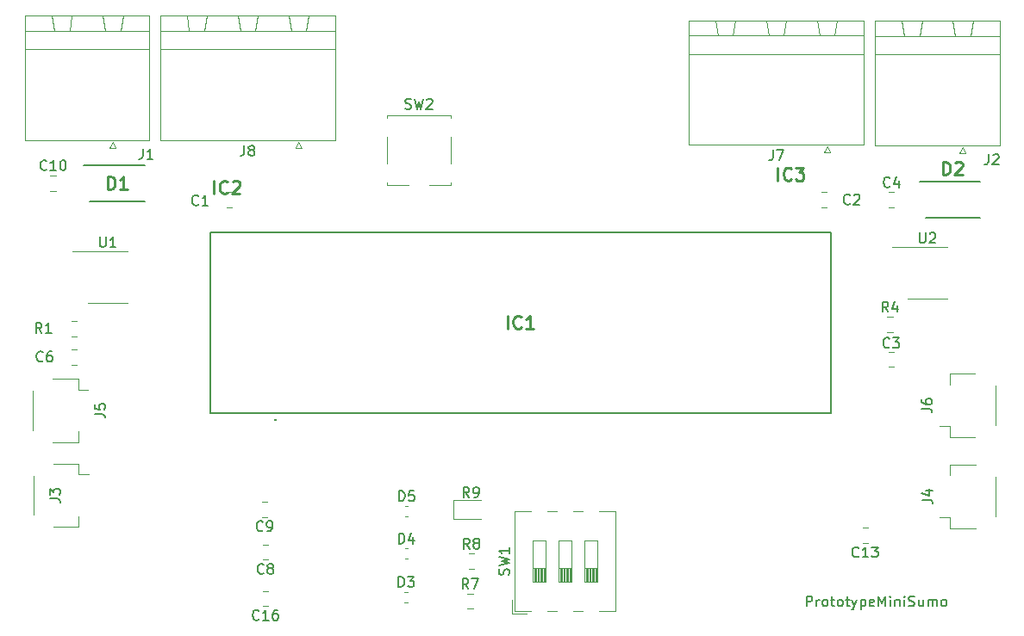
<source format=gbr>
%TF.GenerationSoftware,KiCad,Pcbnew,7.0.9*%
%TF.CreationDate,2023-12-24T18:06:15-08:00*%
%TF.ProjectId,RatatoulliBoard,52617461-746f-4756-9c6c-69426f617264,rev?*%
%TF.SameCoordinates,Original*%
%TF.FileFunction,Legend,Top*%
%TF.FilePolarity,Positive*%
%FSLAX46Y46*%
G04 Gerber Fmt 4.6, Leading zero omitted, Abs format (unit mm)*
G04 Created by KiCad (PCBNEW 7.0.9) date 2023-12-24 18:06:15*
%MOMM*%
%LPD*%
G01*
G04 APERTURE LIST*
%ADD10C,0.150000*%
%ADD11C,0.254000*%
%ADD12C,0.120000*%
%ADD13C,0.200000*%
G04 APERTURE END LIST*
D10*
X115144779Y-88261819D02*
X115144779Y-87261819D01*
X115144779Y-87261819D02*
X115525731Y-87261819D01*
X115525731Y-87261819D02*
X115620969Y-87309438D01*
X115620969Y-87309438D02*
X115668588Y-87357057D01*
X115668588Y-87357057D02*
X115716207Y-87452295D01*
X115716207Y-87452295D02*
X115716207Y-87595152D01*
X115716207Y-87595152D02*
X115668588Y-87690390D01*
X115668588Y-87690390D02*
X115620969Y-87738009D01*
X115620969Y-87738009D02*
X115525731Y-87785628D01*
X115525731Y-87785628D02*
X115144779Y-87785628D01*
X116144779Y-88261819D02*
X116144779Y-87595152D01*
X116144779Y-87785628D02*
X116192398Y-87690390D01*
X116192398Y-87690390D02*
X116240017Y-87642771D01*
X116240017Y-87642771D02*
X116335255Y-87595152D01*
X116335255Y-87595152D02*
X116430493Y-87595152D01*
X116906684Y-88261819D02*
X116811446Y-88214200D01*
X116811446Y-88214200D02*
X116763827Y-88166580D01*
X116763827Y-88166580D02*
X116716208Y-88071342D01*
X116716208Y-88071342D02*
X116716208Y-87785628D01*
X116716208Y-87785628D02*
X116763827Y-87690390D01*
X116763827Y-87690390D02*
X116811446Y-87642771D01*
X116811446Y-87642771D02*
X116906684Y-87595152D01*
X116906684Y-87595152D02*
X117049541Y-87595152D01*
X117049541Y-87595152D02*
X117144779Y-87642771D01*
X117144779Y-87642771D02*
X117192398Y-87690390D01*
X117192398Y-87690390D02*
X117240017Y-87785628D01*
X117240017Y-87785628D02*
X117240017Y-88071342D01*
X117240017Y-88071342D02*
X117192398Y-88166580D01*
X117192398Y-88166580D02*
X117144779Y-88214200D01*
X117144779Y-88214200D02*
X117049541Y-88261819D01*
X117049541Y-88261819D02*
X116906684Y-88261819D01*
X117525732Y-87595152D02*
X117906684Y-87595152D01*
X117668589Y-87261819D02*
X117668589Y-88118961D01*
X117668589Y-88118961D02*
X117716208Y-88214200D01*
X117716208Y-88214200D02*
X117811446Y-88261819D01*
X117811446Y-88261819D02*
X117906684Y-88261819D01*
X118382875Y-88261819D02*
X118287637Y-88214200D01*
X118287637Y-88214200D02*
X118240018Y-88166580D01*
X118240018Y-88166580D02*
X118192399Y-88071342D01*
X118192399Y-88071342D02*
X118192399Y-87785628D01*
X118192399Y-87785628D02*
X118240018Y-87690390D01*
X118240018Y-87690390D02*
X118287637Y-87642771D01*
X118287637Y-87642771D02*
X118382875Y-87595152D01*
X118382875Y-87595152D02*
X118525732Y-87595152D01*
X118525732Y-87595152D02*
X118620970Y-87642771D01*
X118620970Y-87642771D02*
X118668589Y-87690390D01*
X118668589Y-87690390D02*
X118716208Y-87785628D01*
X118716208Y-87785628D02*
X118716208Y-88071342D01*
X118716208Y-88071342D02*
X118668589Y-88166580D01*
X118668589Y-88166580D02*
X118620970Y-88214200D01*
X118620970Y-88214200D02*
X118525732Y-88261819D01*
X118525732Y-88261819D02*
X118382875Y-88261819D01*
X119001923Y-87595152D02*
X119382875Y-87595152D01*
X119144780Y-87261819D02*
X119144780Y-88118961D01*
X119144780Y-88118961D02*
X119192399Y-88214200D01*
X119192399Y-88214200D02*
X119287637Y-88261819D01*
X119287637Y-88261819D02*
X119382875Y-88261819D01*
X119620971Y-87595152D02*
X119859066Y-88261819D01*
X120097161Y-87595152D02*
X119859066Y-88261819D01*
X119859066Y-88261819D02*
X119763828Y-88499914D01*
X119763828Y-88499914D02*
X119716209Y-88547533D01*
X119716209Y-88547533D02*
X119620971Y-88595152D01*
X120478114Y-87595152D02*
X120478114Y-88595152D01*
X120478114Y-87642771D02*
X120573352Y-87595152D01*
X120573352Y-87595152D02*
X120763828Y-87595152D01*
X120763828Y-87595152D02*
X120859066Y-87642771D01*
X120859066Y-87642771D02*
X120906685Y-87690390D01*
X120906685Y-87690390D02*
X120954304Y-87785628D01*
X120954304Y-87785628D02*
X120954304Y-88071342D01*
X120954304Y-88071342D02*
X120906685Y-88166580D01*
X120906685Y-88166580D02*
X120859066Y-88214200D01*
X120859066Y-88214200D02*
X120763828Y-88261819D01*
X120763828Y-88261819D02*
X120573352Y-88261819D01*
X120573352Y-88261819D02*
X120478114Y-88214200D01*
X121763828Y-88214200D02*
X121668590Y-88261819D01*
X121668590Y-88261819D02*
X121478114Y-88261819D01*
X121478114Y-88261819D02*
X121382876Y-88214200D01*
X121382876Y-88214200D02*
X121335257Y-88118961D01*
X121335257Y-88118961D02*
X121335257Y-87738009D01*
X121335257Y-87738009D02*
X121382876Y-87642771D01*
X121382876Y-87642771D02*
X121478114Y-87595152D01*
X121478114Y-87595152D02*
X121668590Y-87595152D01*
X121668590Y-87595152D02*
X121763828Y-87642771D01*
X121763828Y-87642771D02*
X121811447Y-87738009D01*
X121811447Y-87738009D02*
X121811447Y-87833247D01*
X121811447Y-87833247D02*
X121335257Y-87928485D01*
X122240019Y-88261819D02*
X122240019Y-87261819D01*
X122240019Y-87261819D02*
X122573352Y-87976104D01*
X122573352Y-87976104D02*
X122906685Y-87261819D01*
X122906685Y-87261819D02*
X122906685Y-88261819D01*
X123382876Y-88261819D02*
X123382876Y-87595152D01*
X123382876Y-87261819D02*
X123335257Y-87309438D01*
X123335257Y-87309438D02*
X123382876Y-87357057D01*
X123382876Y-87357057D02*
X123430495Y-87309438D01*
X123430495Y-87309438D02*
X123382876Y-87261819D01*
X123382876Y-87261819D02*
X123382876Y-87357057D01*
X123859066Y-87595152D02*
X123859066Y-88261819D01*
X123859066Y-87690390D02*
X123906685Y-87642771D01*
X123906685Y-87642771D02*
X124001923Y-87595152D01*
X124001923Y-87595152D02*
X124144780Y-87595152D01*
X124144780Y-87595152D02*
X124240018Y-87642771D01*
X124240018Y-87642771D02*
X124287637Y-87738009D01*
X124287637Y-87738009D02*
X124287637Y-88261819D01*
X124763828Y-88261819D02*
X124763828Y-87595152D01*
X124763828Y-87261819D02*
X124716209Y-87309438D01*
X124716209Y-87309438D02*
X124763828Y-87357057D01*
X124763828Y-87357057D02*
X124811447Y-87309438D01*
X124811447Y-87309438D02*
X124763828Y-87261819D01*
X124763828Y-87261819D02*
X124763828Y-87357057D01*
X125192399Y-88214200D02*
X125335256Y-88261819D01*
X125335256Y-88261819D02*
X125573351Y-88261819D01*
X125573351Y-88261819D02*
X125668589Y-88214200D01*
X125668589Y-88214200D02*
X125716208Y-88166580D01*
X125716208Y-88166580D02*
X125763827Y-88071342D01*
X125763827Y-88071342D02*
X125763827Y-87976104D01*
X125763827Y-87976104D02*
X125716208Y-87880866D01*
X125716208Y-87880866D02*
X125668589Y-87833247D01*
X125668589Y-87833247D02*
X125573351Y-87785628D01*
X125573351Y-87785628D02*
X125382875Y-87738009D01*
X125382875Y-87738009D02*
X125287637Y-87690390D01*
X125287637Y-87690390D02*
X125240018Y-87642771D01*
X125240018Y-87642771D02*
X125192399Y-87547533D01*
X125192399Y-87547533D02*
X125192399Y-87452295D01*
X125192399Y-87452295D02*
X125240018Y-87357057D01*
X125240018Y-87357057D02*
X125287637Y-87309438D01*
X125287637Y-87309438D02*
X125382875Y-87261819D01*
X125382875Y-87261819D02*
X125620970Y-87261819D01*
X125620970Y-87261819D02*
X125763827Y-87309438D01*
X126620970Y-87595152D02*
X126620970Y-88261819D01*
X126192399Y-87595152D02*
X126192399Y-88118961D01*
X126192399Y-88118961D02*
X126240018Y-88214200D01*
X126240018Y-88214200D02*
X126335256Y-88261819D01*
X126335256Y-88261819D02*
X126478113Y-88261819D01*
X126478113Y-88261819D02*
X126573351Y-88214200D01*
X126573351Y-88214200D02*
X126620970Y-88166580D01*
X127097161Y-88261819D02*
X127097161Y-87595152D01*
X127097161Y-87690390D02*
X127144780Y-87642771D01*
X127144780Y-87642771D02*
X127240018Y-87595152D01*
X127240018Y-87595152D02*
X127382875Y-87595152D01*
X127382875Y-87595152D02*
X127478113Y-87642771D01*
X127478113Y-87642771D02*
X127525732Y-87738009D01*
X127525732Y-87738009D02*
X127525732Y-88261819D01*
X127525732Y-87738009D02*
X127573351Y-87642771D01*
X127573351Y-87642771D02*
X127668589Y-87595152D01*
X127668589Y-87595152D02*
X127811446Y-87595152D01*
X127811446Y-87595152D02*
X127906685Y-87642771D01*
X127906685Y-87642771D02*
X127954304Y-87738009D01*
X127954304Y-87738009D02*
X127954304Y-88261819D01*
X128573351Y-88261819D02*
X128478113Y-88214200D01*
X128478113Y-88214200D02*
X128430494Y-88166580D01*
X128430494Y-88166580D02*
X128382875Y-88071342D01*
X128382875Y-88071342D02*
X128382875Y-87785628D01*
X128382875Y-87785628D02*
X128430494Y-87690390D01*
X128430494Y-87690390D02*
X128478113Y-87642771D01*
X128478113Y-87642771D02*
X128573351Y-87595152D01*
X128573351Y-87595152D02*
X128716208Y-87595152D01*
X128716208Y-87595152D02*
X128811446Y-87642771D01*
X128811446Y-87642771D02*
X128859065Y-87690390D01*
X128859065Y-87690390D02*
X128906684Y-87785628D01*
X128906684Y-87785628D02*
X128906684Y-88071342D01*
X128906684Y-88071342D02*
X128859065Y-88166580D01*
X128859065Y-88166580D02*
X128811446Y-88214200D01*
X128811446Y-88214200D02*
X128716208Y-88261819D01*
X128716208Y-88261819D02*
X128573351Y-88261819D01*
X82025833Y-77544819D02*
X81692500Y-77068628D01*
X81454405Y-77544819D02*
X81454405Y-76544819D01*
X81454405Y-76544819D02*
X81835357Y-76544819D01*
X81835357Y-76544819D02*
X81930595Y-76592438D01*
X81930595Y-76592438D02*
X81978214Y-76640057D01*
X81978214Y-76640057D02*
X82025833Y-76735295D01*
X82025833Y-76735295D02*
X82025833Y-76878152D01*
X82025833Y-76878152D02*
X81978214Y-76973390D01*
X81978214Y-76973390D02*
X81930595Y-77021009D01*
X81930595Y-77021009D02*
X81835357Y-77068628D01*
X81835357Y-77068628D02*
X81454405Y-77068628D01*
X82502024Y-77544819D02*
X82692500Y-77544819D01*
X82692500Y-77544819D02*
X82787738Y-77497200D01*
X82787738Y-77497200D02*
X82835357Y-77449580D01*
X82835357Y-77449580D02*
X82930595Y-77306723D01*
X82930595Y-77306723D02*
X82978214Y-77116247D01*
X82978214Y-77116247D02*
X82978214Y-76735295D01*
X82978214Y-76735295D02*
X82930595Y-76640057D01*
X82930595Y-76640057D02*
X82882976Y-76592438D01*
X82882976Y-76592438D02*
X82787738Y-76544819D01*
X82787738Y-76544819D02*
X82597262Y-76544819D01*
X82597262Y-76544819D02*
X82502024Y-76592438D01*
X82502024Y-76592438D02*
X82454405Y-76640057D01*
X82454405Y-76640057D02*
X82406786Y-76735295D01*
X82406786Y-76735295D02*
X82406786Y-76973390D01*
X82406786Y-76973390D02*
X82454405Y-77068628D01*
X82454405Y-77068628D02*
X82502024Y-77116247D01*
X82502024Y-77116247D02*
X82597262Y-77163866D01*
X82597262Y-77163866D02*
X82787738Y-77163866D01*
X82787738Y-77163866D02*
X82882976Y-77116247D01*
X82882976Y-77116247D02*
X82930595Y-77068628D01*
X82930595Y-77068628D02*
X82978214Y-76973390D01*
X75753264Y-39288205D02*
X75896121Y-39335824D01*
X75896121Y-39335824D02*
X76134216Y-39335824D01*
X76134216Y-39335824D02*
X76229454Y-39288205D01*
X76229454Y-39288205D02*
X76277073Y-39240585D01*
X76277073Y-39240585D02*
X76324692Y-39145347D01*
X76324692Y-39145347D02*
X76324692Y-39050109D01*
X76324692Y-39050109D02*
X76277073Y-38954871D01*
X76277073Y-38954871D02*
X76229454Y-38907252D01*
X76229454Y-38907252D02*
X76134216Y-38859633D01*
X76134216Y-38859633D02*
X75943740Y-38812014D01*
X75943740Y-38812014D02*
X75848502Y-38764395D01*
X75848502Y-38764395D02*
X75800883Y-38716776D01*
X75800883Y-38716776D02*
X75753264Y-38621538D01*
X75753264Y-38621538D02*
X75753264Y-38526300D01*
X75753264Y-38526300D02*
X75800883Y-38431062D01*
X75800883Y-38431062D02*
X75848502Y-38383443D01*
X75848502Y-38383443D02*
X75943740Y-38335824D01*
X75943740Y-38335824D02*
X76181835Y-38335824D01*
X76181835Y-38335824D02*
X76324692Y-38383443D01*
X76658026Y-38335824D02*
X76896121Y-39335824D01*
X76896121Y-39335824D02*
X77086597Y-38621538D01*
X77086597Y-38621538D02*
X77277073Y-39335824D01*
X77277073Y-39335824D02*
X77515169Y-38335824D01*
X77848502Y-38431062D02*
X77896121Y-38383443D01*
X77896121Y-38383443D02*
X77991359Y-38335824D01*
X77991359Y-38335824D02*
X78229454Y-38335824D01*
X78229454Y-38335824D02*
X78324692Y-38383443D01*
X78324692Y-38383443D02*
X78372311Y-38431062D01*
X78372311Y-38431062D02*
X78419930Y-38526300D01*
X78419930Y-38526300D02*
X78419930Y-38621538D01*
X78419930Y-38621538D02*
X78372311Y-38764395D01*
X78372311Y-38764395D02*
X77800883Y-39335824D01*
X77800883Y-39335824D02*
X78419930Y-39335824D01*
X75099412Y-82084525D02*
X75099412Y-81084525D01*
X75099412Y-81084525D02*
X75337507Y-81084525D01*
X75337507Y-81084525D02*
X75480364Y-81132144D01*
X75480364Y-81132144D02*
X75575602Y-81227382D01*
X75575602Y-81227382D02*
X75623221Y-81322620D01*
X75623221Y-81322620D02*
X75670840Y-81513096D01*
X75670840Y-81513096D02*
X75670840Y-81655953D01*
X75670840Y-81655953D02*
X75623221Y-81846429D01*
X75623221Y-81846429D02*
X75575602Y-81941667D01*
X75575602Y-81941667D02*
X75480364Y-82036906D01*
X75480364Y-82036906D02*
X75337507Y-82084525D01*
X75337507Y-82084525D02*
X75099412Y-82084525D01*
X76527983Y-81417858D02*
X76527983Y-82084525D01*
X76289888Y-81036906D02*
X76051793Y-81751191D01*
X76051793Y-81751191D02*
X76670840Y-81751191D01*
X45249587Y-69341851D02*
X45963872Y-69341851D01*
X45963872Y-69341851D02*
X46106729Y-69389470D01*
X46106729Y-69389470D02*
X46201968Y-69484708D01*
X46201968Y-69484708D02*
X46249587Y-69627565D01*
X46249587Y-69627565D02*
X46249587Y-69722803D01*
X45249587Y-68389470D02*
X45249587Y-68865660D01*
X45249587Y-68865660D02*
X45725777Y-68913279D01*
X45725777Y-68913279D02*
X45678158Y-68865660D01*
X45678158Y-68865660D02*
X45630539Y-68770422D01*
X45630539Y-68770422D02*
X45630539Y-68532327D01*
X45630539Y-68532327D02*
X45678158Y-68437089D01*
X45678158Y-68437089D02*
X45725777Y-68389470D01*
X45725777Y-68389470D02*
X45821015Y-68341851D01*
X45821015Y-68341851D02*
X46059110Y-68341851D01*
X46059110Y-68341851D02*
X46154348Y-68389470D01*
X46154348Y-68389470D02*
X46201968Y-68437089D01*
X46201968Y-68437089D02*
X46249587Y-68532327D01*
X46249587Y-68532327D02*
X46249587Y-68770422D01*
X46249587Y-68770422D02*
X46201968Y-68865660D01*
X46201968Y-68865660D02*
X46154348Y-68913279D01*
X123294717Y-62748893D02*
X123247098Y-62796513D01*
X123247098Y-62796513D02*
X123104241Y-62844132D01*
X123104241Y-62844132D02*
X123009003Y-62844132D01*
X123009003Y-62844132D02*
X122866146Y-62796513D01*
X122866146Y-62796513D02*
X122770908Y-62701274D01*
X122770908Y-62701274D02*
X122723289Y-62606036D01*
X122723289Y-62606036D02*
X122675670Y-62415560D01*
X122675670Y-62415560D02*
X122675670Y-62272703D01*
X122675670Y-62272703D02*
X122723289Y-62082227D01*
X122723289Y-62082227D02*
X122770908Y-61986989D01*
X122770908Y-61986989D02*
X122866146Y-61891751D01*
X122866146Y-61891751D02*
X123009003Y-61844132D01*
X123009003Y-61844132D02*
X123104241Y-61844132D01*
X123104241Y-61844132D02*
X123247098Y-61891751D01*
X123247098Y-61891751D02*
X123294717Y-61939370D01*
X123628051Y-61844132D02*
X124247098Y-61844132D01*
X124247098Y-61844132D02*
X123913765Y-62225084D01*
X123913765Y-62225084D02*
X124056622Y-62225084D01*
X124056622Y-62225084D02*
X124151860Y-62272703D01*
X124151860Y-62272703D02*
X124199479Y-62320322D01*
X124199479Y-62320322D02*
X124247098Y-62415560D01*
X124247098Y-62415560D02*
X124247098Y-62653655D01*
X124247098Y-62653655D02*
X124199479Y-62748893D01*
X124199479Y-62748893D02*
X124151860Y-62796513D01*
X124151860Y-62796513D02*
X124056622Y-62844132D01*
X124056622Y-62844132D02*
X123770908Y-62844132D01*
X123770908Y-62844132D02*
X123675670Y-62796513D01*
X123675670Y-62796513D02*
X123628051Y-62748893D01*
X55422610Y-48719782D02*
X55374991Y-48767402D01*
X55374991Y-48767402D02*
X55232134Y-48815021D01*
X55232134Y-48815021D02*
X55136896Y-48815021D01*
X55136896Y-48815021D02*
X54994039Y-48767402D01*
X54994039Y-48767402D02*
X54898801Y-48672163D01*
X54898801Y-48672163D02*
X54851182Y-48576925D01*
X54851182Y-48576925D02*
X54803563Y-48386449D01*
X54803563Y-48386449D02*
X54803563Y-48243592D01*
X54803563Y-48243592D02*
X54851182Y-48053116D01*
X54851182Y-48053116D02*
X54898801Y-47957878D01*
X54898801Y-47957878D02*
X54994039Y-47862640D01*
X54994039Y-47862640D02*
X55136896Y-47815021D01*
X55136896Y-47815021D02*
X55232134Y-47815021D01*
X55232134Y-47815021D02*
X55374991Y-47862640D01*
X55374991Y-47862640D02*
X55422610Y-47910259D01*
X56374991Y-48815021D02*
X55803563Y-48815021D01*
X56089277Y-48815021D02*
X56089277Y-47815021D01*
X56089277Y-47815021D02*
X55994039Y-47957878D01*
X55994039Y-47957878D02*
X55898801Y-48053116D01*
X55898801Y-48053116D02*
X55803563Y-48100735D01*
X75083150Y-86361216D02*
X75083150Y-85361216D01*
X75083150Y-85361216D02*
X75321245Y-85361216D01*
X75321245Y-85361216D02*
X75464102Y-85408835D01*
X75464102Y-85408835D02*
X75559340Y-85504073D01*
X75559340Y-85504073D02*
X75606959Y-85599311D01*
X75606959Y-85599311D02*
X75654578Y-85789787D01*
X75654578Y-85789787D02*
X75654578Y-85932644D01*
X75654578Y-85932644D02*
X75606959Y-86123120D01*
X75606959Y-86123120D02*
X75559340Y-86218358D01*
X75559340Y-86218358D02*
X75464102Y-86313597D01*
X75464102Y-86313597D02*
X75321245Y-86361216D01*
X75321245Y-86361216D02*
X75083150Y-86361216D01*
X75987912Y-85361216D02*
X76606959Y-85361216D01*
X76606959Y-85361216D02*
X76273626Y-85742168D01*
X76273626Y-85742168D02*
X76416483Y-85742168D01*
X76416483Y-85742168D02*
X76511721Y-85789787D01*
X76511721Y-85789787D02*
X76559340Y-85837406D01*
X76559340Y-85837406D02*
X76606959Y-85932644D01*
X76606959Y-85932644D02*
X76606959Y-86170739D01*
X76606959Y-86170739D02*
X76559340Y-86265977D01*
X76559340Y-86265977D02*
X76511721Y-86313597D01*
X76511721Y-86313597D02*
X76416483Y-86361216D01*
X76416483Y-86361216D02*
X76130769Y-86361216D01*
X76130769Y-86361216D02*
X76035531Y-86313597D01*
X76035531Y-86313597D02*
X75987912Y-86265977D01*
X126474819Y-68833333D02*
X127189104Y-68833333D01*
X127189104Y-68833333D02*
X127331961Y-68880952D01*
X127331961Y-68880952D02*
X127427200Y-68976190D01*
X127427200Y-68976190D02*
X127474819Y-69119047D01*
X127474819Y-69119047D02*
X127474819Y-69214285D01*
X126474819Y-67928571D02*
X126474819Y-68119047D01*
X126474819Y-68119047D02*
X126522438Y-68214285D01*
X126522438Y-68214285D02*
X126570057Y-68261904D01*
X126570057Y-68261904D02*
X126712914Y-68357142D01*
X126712914Y-68357142D02*
X126903390Y-68404761D01*
X126903390Y-68404761D02*
X127284342Y-68404761D01*
X127284342Y-68404761D02*
X127379580Y-68357142D01*
X127379580Y-68357142D02*
X127427200Y-68309523D01*
X127427200Y-68309523D02*
X127474819Y-68214285D01*
X127474819Y-68214285D02*
X127474819Y-68023809D01*
X127474819Y-68023809D02*
X127427200Y-67928571D01*
X127427200Y-67928571D02*
X127379580Y-67880952D01*
X127379580Y-67880952D02*
X127284342Y-67833333D01*
X127284342Y-67833333D02*
X127046247Y-67833333D01*
X127046247Y-67833333D02*
X126951009Y-67880952D01*
X126951009Y-67880952D02*
X126903390Y-67928571D01*
X126903390Y-67928571D02*
X126855771Y-68023809D01*
X126855771Y-68023809D02*
X126855771Y-68214285D01*
X126855771Y-68214285D02*
X126903390Y-68309523D01*
X126903390Y-68309523D02*
X126951009Y-68357142D01*
X126951009Y-68357142D02*
X127046247Y-68404761D01*
D11*
X85794031Y-60947429D02*
X85794031Y-59677429D01*
X87124508Y-60826476D02*
X87064032Y-60886953D01*
X87064032Y-60886953D02*
X86882603Y-60947429D01*
X86882603Y-60947429D02*
X86761651Y-60947429D01*
X86761651Y-60947429D02*
X86580222Y-60886953D01*
X86580222Y-60886953D02*
X86459270Y-60766000D01*
X86459270Y-60766000D02*
X86398793Y-60645048D01*
X86398793Y-60645048D02*
X86338317Y-60403143D01*
X86338317Y-60403143D02*
X86338317Y-60221714D01*
X86338317Y-60221714D02*
X86398793Y-59979810D01*
X86398793Y-59979810D02*
X86459270Y-59858857D01*
X86459270Y-59858857D02*
X86580222Y-59737905D01*
X86580222Y-59737905D02*
X86761651Y-59677429D01*
X86761651Y-59677429D02*
X86882603Y-59677429D01*
X86882603Y-59677429D02*
X87064032Y-59737905D01*
X87064032Y-59737905D02*
X87124508Y-59798381D01*
X88334032Y-60947429D02*
X87608317Y-60947429D01*
X87971174Y-60947429D02*
X87971174Y-59677429D01*
X87971174Y-59677429D02*
X87850222Y-59858857D01*
X87850222Y-59858857D02*
X87729270Y-59979810D01*
X87729270Y-59979810D02*
X87608317Y-60040286D01*
D10*
X119428904Y-48639349D02*
X119381285Y-48686969D01*
X119381285Y-48686969D02*
X119238428Y-48734588D01*
X119238428Y-48734588D02*
X119143190Y-48734588D01*
X119143190Y-48734588D02*
X119000333Y-48686969D01*
X119000333Y-48686969D02*
X118905095Y-48591730D01*
X118905095Y-48591730D02*
X118857476Y-48496492D01*
X118857476Y-48496492D02*
X118809857Y-48306016D01*
X118809857Y-48306016D02*
X118809857Y-48163159D01*
X118809857Y-48163159D02*
X118857476Y-47972683D01*
X118857476Y-47972683D02*
X118905095Y-47877445D01*
X118905095Y-47877445D02*
X119000333Y-47782207D01*
X119000333Y-47782207D02*
X119143190Y-47734588D01*
X119143190Y-47734588D02*
X119238428Y-47734588D01*
X119238428Y-47734588D02*
X119381285Y-47782207D01*
X119381285Y-47782207D02*
X119428904Y-47829826D01*
X119809857Y-47829826D02*
X119857476Y-47782207D01*
X119857476Y-47782207D02*
X119952714Y-47734588D01*
X119952714Y-47734588D02*
X120190809Y-47734588D01*
X120190809Y-47734588D02*
X120286047Y-47782207D01*
X120286047Y-47782207D02*
X120333666Y-47829826D01*
X120333666Y-47829826D02*
X120381285Y-47925064D01*
X120381285Y-47925064D02*
X120381285Y-48020302D01*
X120381285Y-48020302D02*
X120333666Y-48163159D01*
X120333666Y-48163159D02*
X119762238Y-48734588D01*
X119762238Y-48734588D02*
X120381285Y-48734588D01*
X61828472Y-84991018D02*
X61780853Y-85038638D01*
X61780853Y-85038638D02*
X61637996Y-85086257D01*
X61637996Y-85086257D02*
X61542758Y-85086257D01*
X61542758Y-85086257D02*
X61399901Y-85038638D01*
X61399901Y-85038638D02*
X61304663Y-84943399D01*
X61304663Y-84943399D02*
X61257044Y-84848161D01*
X61257044Y-84848161D02*
X61209425Y-84657685D01*
X61209425Y-84657685D02*
X61209425Y-84514828D01*
X61209425Y-84514828D02*
X61257044Y-84324352D01*
X61257044Y-84324352D02*
X61304663Y-84229114D01*
X61304663Y-84229114D02*
X61399901Y-84133876D01*
X61399901Y-84133876D02*
X61542758Y-84086257D01*
X61542758Y-84086257D02*
X61637996Y-84086257D01*
X61637996Y-84086257D02*
X61780853Y-84133876D01*
X61780853Y-84133876D02*
X61828472Y-84181495D01*
X62399901Y-84514828D02*
X62304663Y-84467209D01*
X62304663Y-84467209D02*
X62257044Y-84419590D01*
X62257044Y-84419590D02*
X62209425Y-84324352D01*
X62209425Y-84324352D02*
X62209425Y-84276733D01*
X62209425Y-84276733D02*
X62257044Y-84181495D01*
X62257044Y-84181495D02*
X62304663Y-84133876D01*
X62304663Y-84133876D02*
X62399901Y-84086257D01*
X62399901Y-84086257D02*
X62590377Y-84086257D01*
X62590377Y-84086257D02*
X62685615Y-84133876D01*
X62685615Y-84133876D02*
X62733234Y-84181495D01*
X62733234Y-84181495D02*
X62780853Y-84276733D01*
X62780853Y-84276733D02*
X62780853Y-84324352D01*
X62780853Y-84324352D02*
X62733234Y-84419590D01*
X62733234Y-84419590D02*
X62685615Y-84467209D01*
X62685615Y-84467209D02*
X62590377Y-84514828D01*
X62590377Y-84514828D02*
X62399901Y-84514828D01*
X62399901Y-84514828D02*
X62304663Y-84562447D01*
X62304663Y-84562447D02*
X62257044Y-84610066D01*
X62257044Y-84610066D02*
X62209425Y-84705304D01*
X62209425Y-84705304D02*
X62209425Y-84895780D01*
X62209425Y-84895780D02*
X62257044Y-84991018D01*
X62257044Y-84991018D02*
X62304663Y-85038638D01*
X62304663Y-85038638D02*
X62399901Y-85086257D01*
X62399901Y-85086257D02*
X62590377Y-85086257D01*
X62590377Y-85086257D02*
X62685615Y-85038638D01*
X62685615Y-85038638D02*
X62733234Y-84991018D01*
X62733234Y-84991018D02*
X62780853Y-84895780D01*
X62780853Y-84895780D02*
X62780853Y-84705304D01*
X62780853Y-84705304D02*
X62733234Y-84610066D01*
X62733234Y-84610066D02*
X62685615Y-84562447D01*
X62685615Y-84562447D02*
X62590377Y-84514828D01*
X126505787Y-77784420D02*
X127220072Y-77784420D01*
X127220072Y-77784420D02*
X127362929Y-77832039D01*
X127362929Y-77832039D02*
X127458168Y-77927277D01*
X127458168Y-77927277D02*
X127505787Y-78070134D01*
X127505787Y-78070134D02*
X127505787Y-78165372D01*
X126839120Y-76879658D02*
X127505787Y-76879658D01*
X126458168Y-77117753D02*
X127172453Y-77355848D01*
X127172453Y-77355848D02*
X127172453Y-76736801D01*
X75122987Y-77911753D02*
X75122987Y-76911753D01*
X75122987Y-76911753D02*
X75361082Y-76911753D01*
X75361082Y-76911753D02*
X75503939Y-76959372D01*
X75503939Y-76959372D02*
X75599177Y-77054610D01*
X75599177Y-77054610D02*
X75646796Y-77149848D01*
X75646796Y-77149848D02*
X75694415Y-77340324D01*
X75694415Y-77340324D02*
X75694415Y-77483181D01*
X75694415Y-77483181D02*
X75646796Y-77673657D01*
X75646796Y-77673657D02*
X75599177Y-77768895D01*
X75599177Y-77768895D02*
X75503939Y-77864134D01*
X75503939Y-77864134D02*
X75361082Y-77911753D01*
X75361082Y-77911753D02*
X75122987Y-77911753D01*
X76599177Y-76911753D02*
X76122987Y-76911753D01*
X76122987Y-76911753D02*
X76075368Y-77387943D01*
X76075368Y-77387943D02*
X76122987Y-77340324D01*
X76122987Y-77340324D02*
X76218225Y-77292705D01*
X76218225Y-77292705D02*
X76456320Y-77292705D01*
X76456320Y-77292705D02*
X76551558Y-77340324D01*
X76551558Y-77340324D02*
X76599177Y-77387943D01*
X76599177Y-77387943D02*
X76646796Y-77483181D01*
X76646796Y-77483181D02*
X76646796Y-77721276D01*
X76646796Y-77721276D02*
X76599177Y-77816514D01*
X76599177Y-77816514D02*
X76551558Y-77864134D01*
X76551558Y-77864134D02*
X76456320Y-77911753D01*
X76456320Y-77911753D02*
X76218225Y-77911753D01*
X76218225Y-77911753D02*
X76122987Y-77864134D01*
X76122987Y-77864134D02*
X76075368Y-77816514D01*
D11*
X112343019Y-46372825D02*
X112343019Y-45102825D01*
X113673496Y-46251872D02*
X113613020Y-46312349D01*
X113613020Y-46312349D02*
X113431591Y-46372825D01*
X113431591Y-46372825D02*
X113310639Y-46372825D01*
X113310639Y-46372825D02*
X113129210Y-46312349D01*
X113129210Y-46312349D02*
X113008258Y-46191396D01*
X113008258Y-46191396D02*
X112947781Y-46070444D01*
X112947781Y-46070444D02*
X112887305Y-45828539D01*
X112887305Y-45828539D02*
X112887305Y-45647110D01*
X112887305Y-45647110D02*
X112947781Y-45405206D01*
X112947781Y-45405206D02*
X113008258Y-45284253D01*
X113008258Y-45284253D02*
X113129210Y-45163301D01*
X113129210Y-45163301D02*
X113310639Y-45102825D01*
X113310639Y-45102825D02*
X113431591Y-45102825D01*
X113431591Y-45102825D02*
X113613020Y-45163301D01*
X113613020Y-45163301D02*
X113673496Y-45223777D01*
X114096829Y-45102825D02*
X114883020Y-45102825D01*
X114883020Y-45102825D02*
X114459686Y-45586634D01*
X114459686Y-45586634D02*
X114641115Y-45586634D01*
X114641115Y-45586634D02*
X114762067Y-45647110D01*
X114762067Y-45647110D02*
X114822543Y-45707587D01*
X114822543Y-45707587D02*
X114883020Y-45828539D01*
X114883020Y-45828539D02*
X114883020Y-46130920D01*
X114883020Y-46130920D02*
X114822543Y-46251872D01*
X114822543Y-46251872D02*
X114762067Y-46312349D01*
X114762067Y-46312349D02*
X114641115Y-46372825D01*
X114641115Y-46372825D02*
X114278258Y-46372825D01*
X114278258Y-46372825D02*
X114157305Y-46312349D01*
X114157305Y-46312349D02*
X114096829Y-46251872D01*
X46506080Y-47229132D02*
X46506080Y-45959132D01*
X46506080Y-45959132D02*
X46808461Y-45959132D01*
X46808461Y-45959132D02*
X46989890Y-46019608D01*
X46989890Y-46019608D02*
X47110842Y-46140560D01*
X47110842Y-46140560D02*
X47171319Y-46261513D01*
X47171319Y-46261513D02*
X47231795Y-46503417D01*
X47231795Y-46503417D02*
X47231795Y-46684846D01*
X47231795Y-46684846D02*
X47171319Y-46926751D01*
X47171319Y-46926751D02*
X47110842Y-47047703D01*
X47110842Y-47047703D02*
X46989890Y-47168656D01*
X46989890Y-47168656D02*
X46808461Y-47229132D01*
X46808461Y-47229132D02*
X46506080Y-47229132D01*
X48441319Y-47229132D02*
X47715604Y-47229132D01*
X48078461Y-47229132D02*
X48078461Y-45959132D01*
X48078461Y-45959132D02*
X47957509Y-46140560D01*
X47957509Y-46140560D02*
X47836557Y-46261513D01*
X47836557Y-46261513D02*
X47715604Y-46321989D01*
D10*
X126253892Y-51515530D02*
X126253892Y-52325053D01*
X126253892Y-52325053D02*
X126301511Y-52420291D01*
X126301511Y-52420291D02*
X126349130Y-52467911D01*
X126349130Y-52467911D02*
X126444368Y-52515530D01*
X126444368Y-52515530D02*
X126634844Y-52515530D01*
X126634844Y-52515530D02*
X126730082Y-52467911D01*
X126730082Y-52467911D02*
X126777701Y-52420291D01*
X126777701Y-52420291D02*
X126825320Y-52325053D01*
X126825320Y-52325053D02*
X126825320Y-51515530D01*
X127253892Y-51610768D02*
X127301511Y-51563149D01*
X127301511Y-51563149D02*
X127396749Y-51515530D01*
X127396749Y-51515530D02*
X127634844Y-51515530D01*
X127634844Y-51515530D02*
X127730082Y-51563149D01*
X127730082Y-51563149D02*
X127777701Y-51610768D01*
X127777701Y-51610768D02*
X127825320Y-51706006D01*
X127825320Y-51706006D02*
X127825320Y-51801244D01*
X127825320Y-51801244D02*
X127777701Y-51944101D01*
X127777701Y-51944101D02*
X127206273Y-52515530D01*
X127206273Y-52515530D02*
X127825320Y-52515530D01*
X59930641Y-42942573D02*
X59930641Y-43656858D01*
X59930641Y-43656858D02*
X59883022Y-43799715D01*
X59883022Y-43799715D02*
X59787784Y-43894954D01*
X59787784Y-43894954D02*
X59644927Y-43942573D01*
X59644927Y-43942573D02*
X59549689Y-43942573D01*
X60549689Y-43371144D02*
X60454451Y-43323525D01*
X60454451Y-43323525D02*
X60406832Y-43275906D01*
X60406832Y-43275906D02*
X60359213Y-43180668D01*
X60359213Y-43180668D02*
X60359213Y-43133049D01*
X60359213Y-43133049D02*
X60406832Y-43037811D01*
X60406832Y-43037811D02*
X60454451Y-42990192D01*
X60454451Y-42990192D02*
X60549689Y-42942573D01*
X60549689Y-42942573D02*
X60740165Y-42942573D01*
X60740165Y-42942573D02*
X60835403Y-42990192D01*
X60835403Y-42990192D02*
X60883022Y-43037811D01*
X60883022Y-43037811D02*
X60930641Y-43133049D01*
X60930641Y-43133049D02*
X60930641Y-43180668D01*
X60930641Y-43180668D02*
X60883022Y-43275906D01*
X60883022Y-43275906D02*
X60835403Y-43323525D01*
X60835403Y-43323525D02*
X60740165Y-43371144D01*
X60740165Y-43371144D02*
X60549689Y-43371144D01*
X60549689Y-43371144D02*
X60454451Y-43418763D01*
X60454451Y-43418763D02*
X60406832Y-43466382D01*
X60406832Y-43466382D02*
X60359213Y-43561620D01*
X60359213Y-43561620D02*
X60359213Y-43752096D01*
X60359213Y-43752096D02*
X60406832Y-43847334D01*
X60406832Y-43847334D02*
X60454451Y-43894954D01*
X60454451Y-43894954D02*
X60549689Y-43942573D01*
X60549689Y-43942573D02*
X60740165Y-43942573D01*
X60740165Y-43942573D02*
X60835403Y-43894954D01*
X60835403Y-43894954D02*
X60883022Y-43847334D01*
X60883022Y-43847334D02*
X60930641Y-43752096D01*
X60930641Y-43752096D02*
X60930641Y-43561620D01*
X60930641Y-43561620D02*
X60883022Y-43466382D01*
X60883022Y-43466382D02*
X60835403Y-43418763D01*
X60835403Y-43418763D02*
X60740165Y-43371144D01*
X61743333Y-80779580D02*
X61695714Y-80827200D01*
X61695714Y-80827200D02*
X61552857Y-80874819D01*
X61552857Y-80874819D02*
X61457619Y-80874819D01*
X61457619Y-80874819D02*
X61314762Y-80827200D01*
X61314762Y-80827200D02*
X61219524Y-80731961D01*
X61219524Y-80731961D02*
X61171905Y-80636723D01*
X61171905Y-80636723D02*
X61124286Y-80446247D01*
X61124286Y-80446247D02*
X61124286Y-80303390D01*
X61124286Y-80303390D02*
X61171905Y-80112914D01*
X61171905Y-80112914D02*
X61219524Y-80017676D01*
X61219524Y-80017676D02*
X61314762Y-79922438D01*
X61314762Y-79922438D02*
X61457619Y-79874819D01*
X61457619Y-79874819D02*
X61552857Y-79874819D01*
X61552857Y-79874819D02*
X61695714Y-79922438D01*
X61695714Y-79922438D02*
X61743333Y-79970057D01*
X62219524Y-80874819D02*
X62410000Y-80874819D01*
X62410000Y-80874819D02*
X62505238Y-80827200D01*
X62505238Y-80827200D02*
X62552857Y-80779580D01*
X62552857Y-80779580D02*
X62648095Y-80636723D01*
X62648095Y-80636723D02*
X62695714Y-80446247D01*
X62695714Y-80446247D02*
X62695714Y-80065295D01*
X62695714Y-80065295D02*
X62648095Y-79970057D01*
X62648095Y-79970057D02*
X62600476Y-79922438D01*
X62600476Y-79922438D02*
X62505238Y-79874819D01*
X62505238Y-79874819D02*
X62314762Y-79874819D01*
X62314762Y-79874819D02*
X62219524Y-79922438D01*
X62219524Y-79922438D02*
X62171905Y-79970057D01*
X62171905Y-79970057D02*
X62124286Y-80065295D01*
X62124286Y-80065295D02*
X62124286Y-80303390D01*
X62124286Y-80303390D02*
X62171905Y-80398628D01*
X62171905Y-80398628D02*
X62219524Y-80446247D01*
X62219524Y-80446247D02*
X62314762Y-80493866D01*
X62314762Y-80493866D02*
X62505238Y-80493866D01*
X62505238Y-80493866D02*
X62600476Y-80446247D01*
X62600476Y-80446247D02*
X62648095Y-80398628D01*
X62648095Y-80398628D02*
X62695714Y-80303390D01*
X81948893Y-86543219D02*
X81615560Y-86067028D01*
X81377465Y-86543219D02*
X81377465Y-85543219D01*
X81377465Y-85543219D02*
X81758417Y-85543219D01*
X81758417Y-85543219D02*
X81853655Y-85590838D01*
X81853655Y-85590838D02*
X81901274Y-85638457D01*
X81901274Y-85638457D02*
X81948893Y-85733695D01*
X81948893Y-85733695D02*
X81948893Y-85876552D01*
X81948893Y-85876552D02*
X81901274Y-85971790D01*
X81901274Y-85971790D02*
X81853655Y-86019409D01*
X81853655Y-86019409D02*
X81758417Y-86067028D01*
X81758417Y-86067028D02*
X81377465Y-86067028D01*
X82282227Y-85543219D02*
X82948893Y-85543219D01*
X82948893Y-85543219D02*
X82520322Y-86543219D01*
X40838830Y-77675241D02*
X41553115Y-77675241D01*
X41553115Y-77675241D02*
X41695972Y-77722860D01*
X41695972Y-77722860D02*
X41791211Y-77818098D01*
X41791211Y-77818098D02*
X41838830Y-77960955D01*
X41838830Y-77960955D02*
X41838830Y-78056193D01*
X40838830Y-77294288D02*
X40838830Y-76675241D01*
X40838830Y-76675241D02*
X41219782Y-77008574D01*
X41219782Y-77008574D02*
X41219782Y-76865717D01*
X41219782Y-76865717D02*
X41267401Y-76770479D01*
X41267401Y-76770479D02*
X41315020Y-76722860D01*
X41315020Y-76722860D02*
X41410258Y-76675241D01*
X41410258Y-76675241D02*
X41648353Y-76675241D01*
X41648353Y-76675241D02*
X41743591Y-76722860D01*
X41743591Y-76722860D02*
X41791211Y-76770479D01*
X41791211Y-76770479D02*
X41838830Y-76865717D01*
X41838830Y-76865717D02*
X41838830Y-77151431D01*
X41838830Y-77151431D02*
X41791211Y-77246669D01*
X41791211Y-77246669D02*
X41743591Y-77294288D01*
X120270778Y-83330499D02*
X120223159Y-83378119D01*
X120223159Y-83378119D02*
X120080302Y-83425738D01*
X120080302Y-83425738D02*
X119985064Y-83425738D01*
X119985064Y-83425738D02*
X119842207Y-83378119D01*
X119842207Y-83378119D02*
X119746969Y-83282880D01*
X119746969Y-83282880D02*
X119699350Y-83187642D01*
X119699350Y-83187642D02*
X119651731Y-82997166D01*
X119651731Y-82997166D02*
X119651731Y-82854309D01*
X119651731Y-82854309D02*
X119699350Y-82663833D01*
X119699350Y-82663833D02*
X119746969Y-82568595D01*
X119746969Y-82568595D02*
X119842207Y-82473357D01*
X119842207Y-82473357D02*
X119985064Y-82425738D01*
X119985064Y-82425738D02*
X120080302Y-82425738D01*
X120080302Y-82425738D02*
X120223159Y-82473357D01*
X120223159Y-82473357D02*
X120270778Y-82520976D01*
X121223159Y-83425738D02*
X120651731Y-83425738D01*
X120937445Y-83425738D02*
X120937445Y-82425738D01*
X120937445Y-82425738D02*
X120842207Y-82568595D01*
X120842207Y-82568595D02*
X120746969Y-82663833D01*
X120746969Y-82663833D02*
X120651731Y-82711452D01*
X121556493Y-82425738D02*
X122175540Y-82425738D01*
X122175540Y-82425738D02*
X121842207Y-82806690D01*
X121842207Y-82806690D02*
X121985064Y-82806690D01*
X121985064Y-82806690D02*
X122080302Y-82854309D01*
X122080302Y-82854309D02*
X122127921Y-82901928D01*
X122127921Y-82901928D02*
X122175540Y-82997166D01*
X122175540Y-82997166D02*
X122175540Y-83235261D01*
X122175540Y-83235261D02*
X122127921Y-83330499D01*
X122127921Y-83330499D02*
X122080302Y-83378119D01*
X122080302Y-83378119D02*
X121985064Y-83425738D01*
X121985064Y-83425738D02*
X121699350Y-83425738D01*
X121699350Y-83425738D02*
X121604112Y-83378119D01*
X121604112Y-83378119D02*
X121556493Y-83330499D01*
X40502697Y-45280251D02*
X40455078Y-45327871D01*
X40455078Y-45327871D02*
X40312221Y-45375490D01*
X40312221Y-45375490D02*
X40216983Y-45375490D01*
X40216983Y-45375490D02*
X40074126Y-45327871D01*
X40074126Y-45327871D02*
X39978888Y-45232632D01*
X39978888Y-45232632D02*
X39931269Y-45137394D01*
X39931269Y-45137394D02*
X39883650Y-44946918D01*
X39883650Y-44946918D02*
X39883650Y-44804061D01*
X39883650Y-44804061D02*
X39931269Y-44613585D01*
X39931269Y-44613585D02*
X39978888Y-44518347D01*
X39978888Y-44518347D02*
X40074126Y-44423109D01*
X40074126Y-44423109D02*
X40216983Y-44375490D01*
X40216983Y-44375490D02*
X40312221Y-44375490D01*
X40312221Y-44375490D02*
X40455078Y-44423109D01*
X40455078Y-44423109D02*
X40502697Y-44470728D01*
X41455078Y-45375490D02*
X40883650Y-45375490D01*
X41169364Y-45375490D02*
X41169364Y-44375490D01*
X41169364Y-44375490D02*
X41074126Y-44518347D01*
X41074126Y-44518347D02*
X40978888Y-44613585D01*
X40978888Y-44613585D02*
X40883650Y-44661204D01*
X42074126Y-44375490D02*
X42169364Y-44375490D01*
X42169364Y-44375490D02*
X42264602Y-44423109D01*
X42264602Y-44423109D02*
X42312221Y-44470728D01*
X42312221Y-44470728D02*
X42359840Y-44565966D01*
X42359840Y-44565966D02*
X42407459Y-44756442D01*
X42407459Y-44756442D02*
X42407459Y-44994537D01*
X42407459Y-44994537D02*
X42359840Y-45185013D01*
X42359840Y-45185013D02*
X42312221Y-45280251D01*
X42312221Y-45280251D02*
X42264602Y-45327871D01*
X42264602Y-45327871D02*
X42169364Y-45375490D01*
X42169364Y-45375490D02*
X42074126Y-45375490D01*
X42074126Y-45375490D02*
X41978888Y-45327871D01*
X41978888Y-45327871D02*
X41931269Y-45280251D01*
X41931269Y-45280251D02*
X41883650Y-45185013D01*
X41883650Y-45185013D02*
X41836031Y-44994537D01*
X41836031Y-44994537D02*
X41836031Y-44756442D01*
X41836031Y-44756442D02*
X41883650Y-44565966D01*
X41883650Y-44565966D02*
X41931269Y-44470728D01*
X41931269Y-44470728D02*
X41978888Y-44423109D01*
X41978888Y-44423109D02*
X42074126Y-44375490D01*
X82063333Y-82594819D02*
X81730000Y-82118628D01*
X81491905Y-82594819D02*
X81491905Y-81594819D01*
X81491905Y-81594819D02*
X81872857Y-81594819D01*
X81872857Y-81594819D02*
X81968095Y-81642438D01*
X81968095Y-81642438D02*
X82015714Y-81690057D01*
X82015714Y-81690057D02*
X82063333Y-81785295D01*
X82063333Y-81785295D02*
X82063333Y-81928152D01*
X82063333Y-81928152D02*
X82015714Y-82023390D01*
X82015714Y-82023390D02*
X81968095Y-82071009D01*
X81968095Y-82071009D02*
X81872857Y-82118628D01*
X81872857Y-82118628D02*
X81491905Y-82118628D01*
X82634762Y-82023390D02*
X82539524Y-81975771D01*
X82539524Y-81975771D02*
X82491905Y-81928152D01*
X82491905Y-81928152D02*
X82444286Y-81832914D01*
X82444286Y-81832914D02*
X82444286Y-81785295D01*
X82444286Y-81785295D02*
X82491905Y-81690057D01*
X82491905Y-81690057D02*
X82539524Y-81642438D01*
X82539524Y-81642438D02*
X82634762Y-81594819D01*
X82634762Y-81594819D02*
X82825238Y-81594819D01*
X82825238Y-81594819D02*
X82920476Y-81642438D01*
X82920476Y-81642438D02*
X82968095Y-81690057D01*
X82968095Y-81690057D02*
X83015714Y-81785295D01*
X83015714Y-81785295D02*
X83015714Y-81832914D01*
X83015714Y-81832914D02*
X82968095Y-81928152D01*
X82968095Y-81928152D02*
X82920476Y-81975771D01*
X82920476Y-81975771D02*
X82825238Y-82023390D01*
X82825238Y-82023390D02*
X82634762Y-82023390D01*
X82634762Y-82023390D02*
X82539524Y-82071009D01*
X82539524Y-82071009D02*
X82491905Y-82118628D01*
X82491905Y-82118628D02*
X82444286Y-82213866D01*
X82444286Y-82213866D02*
X82444286Y-82404342D01*
X82444286Y-82404342D02*
X82491905Y-82499580D01*
X82491905Y-82499580D02*
X82539524Y-82547200D01*
X82539524Y-82547200D02*
X82634762Y-82594819D01*
X82634762Y-82594819D02*
X82825238Y-82594819D01*
X82825238Y-82594819D02*
X82920476Y-82547200D01*
X82920476Y-82547200D02*
X82968095Y-82499580D01*
X82968095Y-82499580D02*
X83015714Y-82404342D01*
X83015714Y-82404342D02*
X83015714Y-82213866D01*
X83015714Y-82213866D02*
X82968095Y-82118628D01*
X82968095Y-82118628D02*
X82920476Y-82071009D01*
X82920476Y-82071009D02*
X82825238Y-82023390D01*
X45734633Y-51915611D02*
X45734633Y-52725134D01*
X45734633Y-52725134D02*
X45782252Y-52820372D01*
X45782252Y-52820372D02*
X45829871Y-52867992D01*
X45829871Y-52867992D02*
X45925109Y-52915611D01*
X45925109Y-52915611D02*
X46115585Y-52915611D01*
X46115585Y-52915611D02*
X46210823Y-52867992D01*
X46210823Y-52867992D02*
X46258442Y-52820372D01*
X46258442Y-52820372D02*
X46306061Y-52725134D01*
X46306061Y-52725134D02*
X46306061Y-51915611D01*
X47306061Y-52915611D02*
X46734633Y-52915611D01*
X47020347Y-52915611D02*
X47020347Y-51915611D01*
X47020347Y-51915611D02*
X46925109Y-52058468D01*
X46925109Y-52058468D02*
X46829871Y-52153706D01*
X46829871Y-52153706D02*
X46734633Y-52201325D01*
X123343333Y-46939580D02*
X123295714Y-46987200D01*
X123295714Y-46987200D02*
X123152857Y-47034819D01*
X123152857Y-47034819D02*
X123057619Y-47034819D01*
X123057619Y-47034819D02*
X122914762Y-46987200D01*
X122914762Y-46987200D02*
X122819524Y-46891961D01*
X122819524Y-46891961D02*
X122771905Y-46796723D01*
X122771905Y-46796723D02*
X122724286Y-46606247D01*
X122724286Y-46606247D02*
X122724286Y-46463390D01*
X122724286Y-46463390D02*
X122771905Y-46272914D01*
X122771905Y-46272914D02*
X122819524Y-46177676D01*
X122819524Y-46177676D02*
X122914762Y-46082438D01*
X122914762Y-46082438D02*
X123057619Y-46034819D01*
X123057619Y-46034819D02*
X123152857Y-46034819D01*
X123152857Y-46034819D02*
X123295714Y-46082438D01*
X123295714Y-46082438D02*
X123343333Y-46130057D01*
X124200476Y-46368152D02*
X124200476Y-47034819D01*
X123962381Y-45987200D02*
X123724286Y-46701485D01*
X123724286Y-46701485D02*
X124343333Y-46701485D01*
X40137952Y-64091766D02*
X40090333Y-64139386D01*
X40090333Y-64139386D02*
X39947476Y-64187005D01*
X39947476Y-64187005D02*
X39852238Y-64187005D01*
X39852238Y-64187005D02*
X39709381Y-64139386D01*
X39709381Y-64139386D02*
X39614143Y-64044147D01*
X39614143Y-64044147D02*
X39566524Y-63948909D01*
X39566524Y-63948909D02*
X39518905Y-63758433D01*
X39518905Y-63758433D02*
X39518905Y-63615576D01*
X39518905Y-63615576D02*
X39566524Y-63425100D01*
X39566524Y-63425100D02*
X39614143Y-63329862D01*
X39614143Y-63329862D02*
X39709381Y-63234624D01*
X39709381Y-63234624D02*
X39852238Y-63187005D01*
X39852238Y-63187005D02*
X39947476Y-63187005D01*
X39947476Y-63187005D02*
X40090333Y-63234624D01*
X40090333Y-63234624D02*
X40137952Y-63282243D01*
X40995095Y-63187005D02*
X40804619Y-63187005D01*
X40804619Y-63187005D02*
X40709381Y-63234624D01*
X40709381Y-63234624D02*
X40661762Y-63282243D01*
X40661762Y-63282243D02*
X40566524Y-63425100D01*
X40566524Y-63425100D02*
X40518905Y-63615576D01*
X40518905Y-63615576D02*
X40518905Y-63996528D01*
X40518905Y-63996528D02*
X40566524Y-64091766D01*
X40566524Y-64091766D02*
X40614143Y-64139386D01*
X40614143Y-64139386D02*
X40709381Y-64187005D01*
X40709381Y-64187005D02*
X40899857Y-64187005D01*
X40899857Y-64187005D02*
X40995095Y-64139386D01*
X40995095Y-64139386D02*
X41042714Y-64091766D01*
X41042714Y-64091766D02*
X41090333Y-63996528D01*
X41090333Y-63996528D02*
X41090333Y-63758433D01*
X41090333Y-63758433D02*
X41042714Y-63663195D01*
X41042714Y-63663195D02*
X40995095Y-63615576D01*
X40995095Y-63615576D02*
X40899857Y-63567957D01*
X40899857Y-63567957D02*
X40709381Y-63567957D01*
X40709381Y-63567957D02*
X40614143Y-63615576D01*
X40614143Y-63615576D02*
X40566524Y-63663195D01*
X40566524Y-63663195D02*
X40518905Y-63758433D01*
X133044599Y-43799066D02*
X133044599Y-44513351D01*
X133044599Y-44513351D02*
X132996980Y-44656208D01*
X132996980Y-44656208D02*
X132901742Y-44751447D01*
X132901742Y-44751447D02*
X132758885Y-44799066D01*
X132758885Y-44799066D02*
X132663647Y-44799066D01*
X133473171Y-43894304D02*
X133520790Y-43846685D01*
X133520790Y-43846685D02*
X133616028Y-43799066D01*
X133616028Y-43799066D02*
X133854123Y-43799066D01*
X133854123Y-43799066D02*
X133949361Y-43846685D01*
X133949361Y-43846685D02*
X133996980Y-43894304D01*
X133996980Y-43894304D02*
X134044599Y-43989542D01*
X134044599Y-43989542D02*
X134044599Y-44084780D01*
X134044599Y-44084780D02*
X133996980Y-44227637D01*
X133996980Y-44227637D02*
X133425552Y-44799066D01*
X133425552Y-44799066D02*
X134044599Y-44799066D01*
X40034758Y-61374966D02*
X39701425Y-60898775D01*
X39463330Y-61374966D02*
X39463330Y-60374966D01*
X39463330Y-60374966D02*
X39844282Y-60374966D01*
X39844282Y-60374966D02*
X39939520Y-60422585D01*
X39939520Y-60422585D02*
X39987139Y-60470204D01*
X39987139Y-60470204D02*
X40034758Y-60565442D01*
X40034758Y-60565442D02*
X40034758Y-60708299D01*
X40034758Y-60708299D02*
X39987139Y-60803537D01*
X39987139Y-60803537D02*
X39939520Y-60851156D01*
X39939520Y-60851156D02*
X39844282Y-60898775D01*
X39844282Y-60898775D02*
X39463330Y-60898775D01*
X40987139Y-61374966D02*
X40415711Y-61374966D01*
X40701425Y-61374966D02*
X40701425Y-60374966D01*
X40701425Y-60374966D02*
X40606187Y-60517823D01*
X40606187Y-60517823D02*
X40510949Y-60613061D01*
X40510949Y-60613061D02*
X40415711Y-60660680D01*
D11*
X128528685Y-45801837D02*
X128528685Y-44531837D01*
X128528685Y-44531837D02*
X128831066Y-44531837D01*
X128831066Y-44531837D02*
X129012495Y-44592313D01*
X129012495Y-44592313D02*
X129133447Y-44713265D01*
X129133447Y-44713265D02*
X129193924Y-44834218D01*
X129193924Y-44834218D02*
X129254400Y-45076122D01*
X129254400Y-45076122D02*
X129254400Y-45257551D01*
X129254400Y-45257551D02*
X129193924Y-45499456D01*
X129193924Y-45499456D02*
X129133447Y-45620408D01*
X129133447Y-45620408D02*
X129012495Y-45741361D01*
X129012495Y-45741361D02*
X128831066Y-45801837D01*
X128831066Y-45801837D02*
X128528685Y-45801837D01*
X129738209Y-44652789D02*
X129798685Y-44592313D01*
X129798685Y-44592313D02*
X129919638Y-44531837D01*
X129919638Y-44531837D02*
X130222019Y-44531837D01*
X130222019Y-44531837D02*
X130342971Y-44592313D01*
X130342971Y-44592313D02*
X130403447Y-44652789D01*
X130403447Y-44652789D02*
X130463924Y-44773741D01*
X130463924Y-44773741D02*
X130463924Y-44894694D01*
X130463924Y-44894694D02*
X130403447Y-45076122D01*
X130403447Y-45076122D02*
X129677733Y-45801837D01*
X129677733Y-45801837D02*
X130463924Y-45801837D01*
X56951427Y-47669104D02*
X56951427Y-46399104D01*
X58281904Y-47548151D02*
X58221428Y-47608628D01*
X58221428Y-47608628D02*
X58039999Y-47669104D01*
X58039999Y-47669104D02*
X57919047Y-47669104D01*
X57919047Y-47669104D02*
X57737618Y-47608628D01*
X57737618Y-47608628D02*
X57616666Y-47487675D01*
X57616666Y-47487675D02*
X57556189Y-47366723D01*
X57556189Y-47366723D02*
X57495713Y-47124818D01*
X57495713Y-47124818D02*
X57495713Y-46943389D01*
X57495713Y-46943389D02*
X57556189Y-46701485D01*
X57556189Y-46701485D02*
X57616666Y-46580532D01*
X57616666Y-46580532D02*
X57737618Y-46459580D01*
X57737618Y-46459580D02*
X57919047Y-46399104D01*
X57919047Y-46399104D02*
X58039999Y-46399104D01*
X58039999Y-46399104D02*
X58221428Y-46459580D01*
X58221428Y-46459580D02*
X58281904Y-46520056D01*
X58765713Y-46520056D02*
X58826189Y-46459580D01*
X58826189Y-46459580D02*
X58947142Y-46399104D01*
X58947142Y-46399104D02*
X59249523Y-46399104D01*
X59249523Y-46399104D02*
X59370475Y-46459580D01*
X59370475Y-46459580D02*
X59430951Y-46520056D01*
X59430951Y-46520056D02*
X59491428Y-46641008D01*
X59491428Y-46641008D02*
X59491428Y-46761961D01*
X59491428Y-46761961D02*
X59430951Y-46943389D01*
X59430951Y-46943389D02*
X58705237Y-47669104D01*
X58705237Y-47669104D02*
X59491428Y-47669104D01*
D10*
X111844280Y-43382898D02*
X111844280Y-44097183D01*
X111844280Y-44097183D02*
X111796661Y-44240040D01*
X111796661Y-44240040D02*
X111701423Y-44335279D01*
X111701423Y-44335279D02*
X111558566Y-44382898D01*
X111558566Y-44382898D02*
X111463328Y-44382898D01*
X112225233Y-43382898D02*
X112891899Y-43382898D01*
X112891899Y-43382898D02*
X112463328Y-44382898D01*
X49955391Y-43265725D02*
X49955391Y-43980010D01*
X49955391Y-43980010D02*
X49907772Y-44122867D01*
X49907772Y-44122867D02*
X49812534Y-44218106D01*
X49812534Y-44218106D02*
X49669677Y-44265725D01*
X49669677Y-44265725D02*
X49574439Y-44265725D01*
X50955391Y-44265725D02*
X50383963Y-44265725D01*
X50669677Y-44265725D02*
X50669677Y-43265725D01*
X50669677Y-43265725D02*
X50574439Y-43408582D01*
X50574439Y-43408582D02*
X50479201Y-43503820D01*
X50479201Y-43503820D02*
X50383963Y-43551439D01*
X123178151Y-59303953D02*
X122844818Y-58827762D01*
X122606723Y-59303953D02*
X122606723Y-58303953D01*
X122606723Y-58303953D02*
X122987675Y-58303953D01*
X122987675Y-58303953D02*
X123082913Y-58351572D01*
X123082913Y-58351572D02*
X123130532Y-58399191D01*
X123130532Y-58399191D02*
X123178151Y-58494429D01*
X123178151Y-58494429D02*
X123178151Y-58637286D01*
X123178151Y-58637286D02*
X123130532Y-58732524D01*
X123130532Y-58732524D02*
X123082913Y-58780143D01*
X123082913Y-58780143D02*
X122987675Y-58827762D01*
X122987675Y-58827762D02*
X122606723Y-58827762D01*
X124035294Y-58637286D02*
X124035294Y-59303953D01*
X123797199Y-58256334D02*
X123559104Y-58970619D01*
X123559104Y-58970619D02*
X124178151Y-58970619D01*
X61372543Y-89525309D02*
X61324924Y-89572929D01*
X61324924Y-89572929D02*
X61182067Y-89620548D01*
X61182067Y-89620548D02*
X61086829Y-89620548D01*
X61086829Y-89620548D02*
X60943972Y-89572929D01*
X60943972Y-89572929D02*
X60848734Y-89477690D01*
X60848734Y-89477690D02*
X60801115Y-89382452D01*
X60801115Y-89382452D02*
X60753496Y-89191976D01*
X60753496Y-89191976D02*
X60753496Y-89049119D01*
X60753496Y-89049119D02*
X60801115Y-88858643D01*
X60801115Y-88858643D02*
X60848734Y-88763405D01*
X60848734Y-88763405D02*
X60943972Y-88668167D01*
X60943972Y-88668167D02*
X61086829Y-88620548D01*
X61086829Y-88620548D02*
X61182067Y-88620548D01*
X61182067Y-88620548D02*
X61324924Y-88668167D01*
X61324924Y-88668167D02*
X61372543Y-88715786D01*
X62324924Y-89620548D02*
X61753496Y-89620548D01*
X62039210Y-89620548D02*
X62039210Y-88620548D01*
X62039210Y-88620548D02*
X61943972Y-88763405D01*
X61943972Y-88763405D02*
X61848734Y-88858643D01*
X61848734Y-88858643D02*
X61753496Y-88906262D01*
X63182067Y-88620548D02*
X62991591Y-88620548D01*
X62991591Y-88620548D02*
X62896353Y-88668167D01*
X62896353Y-88668167D02*
X62848734Y-88715786D01*
X62848734Y-88715786D02*
X62753496Y-88858643D01*
X62753496Y-88858643D02*
X62705877Y-89049119D01*
X62705877Y-89049119D02*
X62705877Y-89430071D01*
X62705877Y-89430071D02*
X62753496Y-89525309D01*
X62753496Y-89525309D02*
X62801115Y-89572929D01*
X62801115Y-89572929D02*
X62896353Y-89620548D01*
X62896353Y-89620548D02*
X63086829Y-89620548D01*
X63086829Y-89620548D02*
X63182067Y-89572929D01*
X63182067Y-89572929D02*
X63229686Y-89525309D01*
X63229686Y-89525309D02*
X63277305Y-89430071D01*
X63277305Y-89430071D02*
X63277305Y-89191976D01*
X63277305Y-89191976D02*
X63229686Y-89096738D01*
X63229686Y-89096738D02*
X63182067Y-89049119D01*
X63182067Y-89049119D02*
X63086829Y-89001500D01*
X63086829Y-89001500D02*
X62896353Y-89001500D01*
X62896353Y-89001500D02*
X62801115Y-89049119D01*
X62801115Y-89049119D02*
X62753496Y-89096738D01*
X62753496Y-89096738D02*
X62705877Y-89191976D01*
X85887200Y-85153332D02*
X85934819Y-85010475D01*
X85934819Y-85010475D02*
X85934819Y-84772380D01*
X85934819Y-84772380D02*
X85887200Y-84677142D01*
X85887200Y-84677142D02*
X85839580Y-84629523D01*
X85839580Y-84629523D02*
X85744342Y-84581904D01*
X85744342Y-84581904D02*
X85649104Y-84581904D01*
X85649104Y-84581904D02*
X85553866Y-84629523D01*
X85553866Y-84629523D02*
X85506247Y-84677142D01*
X85506247Y-84677142D02*
X85458628Y-84772380D01*
X85458628Y-84772380D02*
X85411009Y-84962856D01*
X85411009Y-84962856D02*
X85363390Y-85058094D01*
X85363390Y-85058094D02*
X85315771Y-85105713D01*
X85315771Y-85105713D02*
X85220533Y-85153332D01*
X85220533Y-85153332D02*
X85125295Y-85153332D01*
X85125295Y-85153332D02*
X85030057Y-85105713D01*
X85030057Y-85105713D02*
X84982438Y-85058094D01*
X84982438Y-85058094D02*
X84934819Y-84962856D01*
X84934819Y-84962856D02*
X84934819Y-84724761D01*
X84934819Y-84724761D02*
X84982438Y-84581904D01*
X84934819Y-84248570D02*
X85934819Y-84010475D01*
X85934819Y-84010475D02*
X85220533Y-83819999D01*
X85220533Y-83819999D02*
X85934819Y-83629523D01*
X85934819Y-83629523D02*
X84934819Y-83391428D01*
X85934819Y-82486666D02*
X85934819Y-83058094D01*
X85934819Y-82772380D02*
X84934819Y-82772380D01*
X84934819Y-82772380D02*
X85077676Y-82867618D01*
X85077676Y-82867618D02*
X85172914Y-82962856D01*
X85172914Y-82962856D02*
X85220533Y-83058094D01*
D12*
%TO.C,R9*%
X83192500Y-77780000D02*
X80507500Y-77780000D01*
X80507500Y-77780000D02*
X80507500Y-79700000D01*
X80507500Y-79700000D02*
X83192500Y-79700000D01*
%TO.C,SW2*%
X73936597Y-46831005D02*
X73936597Y-46581005D01*
X73936597Y-39921005D02*
X80236597Y-39921005D01*
X73936597Y-46831005D02*
X76086597Y-46831005D01*
X80236597Y-39921005D02*
X80236597Y-40181005D01*
X73936597Y-44681005D02*
X73936597Y-42081005D01*
X80236597Y-46831005D02*
X78086597Y-46831005D01*
X73936597Y-40181005D02*
X73936597Y-39921005D01*
X80236597Y-42081005D02*
X80236597Y-44681005D01*
X80236597Y-46581005D02*
X80236597Y-46831005D01*
%TO.C,D4*%
X75696927Y-82549706D02*
X75978087Y-82549706D01*
X75696927Y-83569706D02*
X75978087Y-83569706D01*
%TO.C,J5*%
X43599768Y-65898518D02*
X43599768Y-66948518D01*
X41099768Y-65898518D02*
X43599768Y-65898518D01*
X43599768Y-66948518D02*
X44589768Y-66948518D01*
X39129768Y-67068518D02*
X39129768Y-70948518D01*
X43599768Y-72118518D02*
X43599768Y-71068518D01*
X41099768Y-72118518D02*
X43599768Y-72118518D01*
%TO.C,C3*%
X123200132Y-63204313D02*
X123722636Y-63204313D01*
X123200132Y-64674313D02*
X123722636Y-64674313D01*
%TO.C,C1*%
X58158748Y-47525000D02*
X58681252Y-47525000D01*
X58158748Y-48995000D02*
X58681252Y-48995000D01*
%TO.C,D3*%
X75680665Y-86826397D02*
X75961825Y-86826397D01*
X75680665Y-87846397D02*
X75961825Y-87846397D01*
%TO.C,J6*%
X129215000Y-71610000D02*
X129215000Y-70560000D01*
X131715000Y-71610000D02*
X129215000Y-71610000D01*
X129215000Y-70560000D02*
X128225000Y-70560000D01*
X133685000Y-70440000D02*
X133685000Y-66560000D01*
X129215000Y-65390000D02*
X129215000Y-66440000D01*
X131715000Y-65390000D02*
X129215000Y-65390000D01*
D13*
%TO.C,IC1*%
X56553794Y-51483111D02*
X56553794Y-69263111D01*
X56553794Y-69263111D02*
X117513794Y-69263111D01*
X62903794Y-69893111D02*
X62903794Y-69893111D01*
X62903794Y-69893111D02*
X62903794Y-69893111D01*
X63003794Y-69893111D02*
X63003794Y-69893111D01*
X117513794Y-51483111D02*
X56553794Y-51483111D01*
X117513794Y-69263111D02*
X117513794Y-51483111D01*
X63003794Y-69893111D02*
G75*
G03*
X62903794Y-69893111I-50000J0D01*
G01*
X62903794Y-69893111D02*
G75*
G03*
X63003794Y-69893111I50000J0D01*
G01*
X62903794Y-69893111D02*
G75*
G03*
X63003794Y-69893111I50000J0D01*
G01*
D12*
%TO.C,C2*%
X117109891Y-48995000D02*
X116587387Y-48995000D01*
X117109891Y-47525000D02*
X116587387Y-47525000D01*
%TO.C,C8*%
X62256391Y-83686438D02*
X61733887Y-83686438D01*
X62256391Y-82216438D02*
X61733887Y-82216438D01*
%TO.C,J4*%
X129245968Y-80561087D02*
X129245968Y-79511087D01*
X131745968Y-80561087D02*
X129245968Y-80561087D01*
X129245968Y-79511087D02*
X128255968Y-79511087D01*
X133715968Y-79391087D02*
X133715968Y-75511087D01*
X129245968Y-74341087D02*
X129245968Y-75391087D01*
X131745968Y-74341087D02*
X129245968Y-74341087D01*
%TO.C,D5*%
X75720502Y-78376934D02*
X76001662Y-78376934D01*
X75720502Y-79396934D02*
X76001662Y-79396934D01*
D13*
%TO.C,D1*%
X44743462Y-48464814D02*
X50143462Y-48464814D01*
X50143462Y-44844814D02*
X44168462Y-44844814D01*
D12*
%TO.C,U2*%
X127015797Y-52900711D02*
X123565797Y-52900711D01*
X127015797Y-52900711D02*
X128965797Y-52900711D01*
X127015797Y-58020711D02*
X125065797Y-58020711D01*
X127015797Y-58020711D02*
X128965797Y-58020711D01*
%TO.C,J8*%
X68873975Y-42397754D02*
X68873975Y-30177754D01*
X68873975Y-33477754D02*
X51653975Y-33477754D01*
X68873975Y-31677754D02*
X68873975Y-33477754D01*
X68873975Y-30177754D02*
X51653975Y-30177754D01*
X66263975Y-30177754D02*
X64263975Y-30177754D01*
X66013975Y-31677754D02*
X66263975Y-30177754D01*
X65563975Y-43197754D02*
X64963975Y-43197754D01*
X65263975Y-42597754D02*
X65563975Y-43197754D01*
X64963975Y-43197754D02*
X65263975Y-42597754D01*
X64513975Y-31677754D02*
X66013975Y-31677754D01*
X64263975Y-30177754D02*
X64513975Y-31677754D01*
X61263975Y-30177754D02*
X59263975Y-30177754D01*
X61013975Y-31677754D02*
X61263975Y-30177754D01*
X59513975Y-31677754D02*
X61013975Y-31677754D01*
X59263975Y-30177754D02*
X59513975Y-31677754D01*
X56263975Y-30177754D02*
X54263975Y-30177754D01*
X56013975Y-31677754D02*
X56263975Y-30177754D01*
X54513975Y-31677754D02*
X56013975Y-31677754D01*
X54263975Y-30177754D02*
X54513975Y-31677754D01*
X51653975Y-42397754D02*
X68873975Y-42397754D01*
X51653975Y-33477754D02*
X51653975Y-31677754D01*
X51653975Y-31677754D02*
X68873975Y-31677754D01*
X51653975Y-30177754D02*
X51653975Y-42397754D01*
%TO.C,C9*%
X62171252Y-79475000D02*
X61648748Y-79475000D01*
X62171252Y-78005000D02*
X61648748Y-78005000D01*
%TO.C,R7*%
X81854308Y-87033400D02*
X82376812Y-87033400D01*
X81854308Y-88503400D02*
X82376812Y-88503400D01*
%TO.C,J3*%
X43669011Y-74231908D02*
X43669011Y-75281908D01*
X41169011Y-74231908D02*
X43669011Y-74231908D01*
X43669011Y-75281908D02*
X44659011Y-75281908D01*
X39199011Y-75401908D02*
X39199011Y-79281908D01*
X43669011Y-80451908D02*
X43669011Y-79401908D01*
X41169011Y-80451908D02*
X43669011Y-80451908D01*
%TO.C,C13*%
X121231252Y-82015000D02*
X120708748Y-82015000D01*
X121231252Y-80545000D02*
X120708748Y-80545000D01*
%TO.C,C10*%
X40884303Y-45901900D02*
X41406807Y-45901900D01*
X40884303Y-47371900D02*
X41406807Y-47371900D01*
%TO.C,R8*%
X81968748Y-83085000D02*
X82491252Y-83085000D01*
X81968748Y-84555000D02*
X82491252Y-84555000D01*
%TO.C,U1*%
X46496538Y-53300792D02*
X43046538Y-53300792D01*
X46496538Y-53300792D02*
X48446538Y-53300792D01*
X46496538Y-58420792D02*
X44546538Y-58420792D01*
X46496538Y-58420792D02*
X48446538Y-58420792D01*
%TO.C,C4*%
X123248748Y-47525000D02*
X123771252Y-47525000D01*
X123248748Y-48995000D02*
X123771252Y-48995000D01*
%TO.C,C6*%
X42963145Y-63022985D02*
X43485649Y-63022985D01*
X42963145Y-64492985D02*
X43485649Y-64492985D01*
%TO.C,J2*%
X134110000Y-42887500D02*
X134110000Y-30667500D01*
X134110000Y-33967500D02*
X121890000Y-33967500D01*
X134110000Y-32167500D02*
X134110000Y-33967500D01*
X134110000Y-30667500D02*
X121890000Y-30667500D01*
X131500000Y-30667500D02*
X129500000Y-30667500D01*
X131250000Y-32167500D02*
X131500000Y-30667500D01*
X130800000Y-43687500D02*
X130200000Y-43687500D01*
X130500000Y-43087500D02*
X130800000Y-43687500D01*
X130200000Y-43687500D02*
X130500000Y-43087500D01*
X129750000Y-32167500D02*
X131250000Y-32167500D01*
X129500000Y-30667500D02*
X129750000Y-32167500D01*
X126500000Y-30667500D02*
X124500000Y-30667500D01*
X126250000Y-32167500D02*
X126500000Y-30667500D01*
X124750000Y-32167500D02*
X126250000Y-32167500D01*
X124500000Y-30667500D02*
X124750000Y-32167500D01*
X121890000Y-42887500D02*
X134110000Y-42887500D01*
X121890000Y-33967500D02*
X121890000Y-32167500D01*
X121890000Y-32167500D02*
X134110000Y-32167500D01*
X121890000Y-30667500D02*
X121890000Y-42887500D01*
%TO.C,R1*%
X42918748Y-60225000D02*
X43441252Y-60225000D01*
X42918748Y-61695000D02*
X43441252Y-61695000D01*
D13*
%TO.C,D2*%
X126840000Y-50070000D02*
X132240000Y-50070000D01*
X132240000Y-46450000D02*
X126265000Y-46450000D01*
D12*
%TO.C,J7*%
X103567614Y-30618079D02*
X103567614Y-42838079D01*
X103567614Y-32118079D02*
X120787614Y-32118079D01*
X103567614Y-33918079D02*
X103567614Y-32118079D01*
X103567614Y-42838079D02*
X120787614Y-42838079D01*
X106177614Y-30618079D02*
X106427614Y-32118079D01*
X106427614Y-32118079D02*
X107927614Y-32118079D01*
X107927614Y-32118079D02*
X108177614Y-30618079D01*
X108177614Y-30618079D02*
X106177614Y-30618079D01*
X111177614Y-30618079D02*
X111427614Y-32118079D01*
X111427614Y-32118079D02*
X112927614Y-32118079D01*
X112927614Y-32118079D02*
X113177614Y-30618079D01*
X113177614Y-30618079D02*
X111177614Y-30618079D01*
X116177614Y-30618079D02*
X116427614Y-32118079D01*
X116427614Y-32118079D02*
X117927614Y-32118079D01*
X116877614Y-43638079D02*
X117177614Y-43038079D01*
X117177614Y-43038079D02*
X117477614Y-43638079D01*
X117477614Y-43638079D02*
X116877614Y-43638079D01*
X117927614Y-32118079D02*
X118177614Y-30618079D01*
X118177614Y-30618079D02*
X116177614Y-30618079D01*
X120787614Y-30618079D02*
X103567614Y-30618079D01*
X120787614Y-32118079D02*
X120787614Y-33918079D01*
X120787614Y-33918079D02*
X103567614Y-33918079D01*
X120787614Y-42838079D02*
X120787614Y-30618079D01*
%TO.C,J1*%
X50610000Y-42387500D02*
X50610000Y-30167500D01*
X50610000Y-33467500D02*
X38390000Y-33467500D01*
X50610000Y-31667500D02*
X50610000Y-33467500D01*
X50610000Y-30167500D02*
X38390000Y-30167500D01*
X48000000Y-30167500D02*
X46000000Y-30167500D01*
X47750000Y-31667500D02*
X48000000Y-30167500D01*
X47300000Y-43187500D02*
X46700000Y-43187500D01*
X47000000Y-42587500D02*
X47300000Y-43187500D01*
X46700000Y-43187500D02*
X47000000Y-42587500D01*
X46250000Y-31667500D02*
X47750000Y-31667500D01*
X46000000Y-30167500D02*
X46250000Y-31667500D01*
X43000000Y-30167500D02*
X41000000Y-30167500D01*
X42750000Y-31667500D02*
X43000000Y-30167500D01*
X41250000Y-31667500D02*
X42750000Y-31667500D01*
X41000000Y-30167500D02*
X41250000Y-31667500D01*
X38390000Y-42387500D02*
X50610000Y-42387500D01*
X38390000Y-33467500D02*
X38390000Y-31667500D01*
X38390000Y-31667500D02*
X50610000Y-31667500D01*
X38390000Y-30167500D02*
X38390000Y-42387500D01*
%TO.C,R4*%
X123083566Y-59794134D02*
X123606070Y-59794134D01*
X123083566Y-61264134D02*
X123606070Y-61264134D01*
%TO.C,C16*%
X62276653Y-88220729D02*
X61754149Y-88220729D01*
X62276653Y-86750729D02*
X61754149Y-86750729D01*
%TO.C,SW1*%
X86240000Y-89010000D02*
X87623000Y-89010000D01*
X86240000Y-89010000D02*
X86240000Y-87626000D01*
X86480000Y-88770000D02*
X88100000Y-88770000D01*
X86480000Y-88770000D02*
X86480000Y-78870000D01*
X89700000Y-88770000D02*
X90640000Y-88770000D01*
X92240000Y-88770000D02*
X93180000Y-88770000D01*
X94780000Y-88770000D02*
X96400000Y-88770000D01*
X96400000Y-88770000D02*
X96400000Y-78870000D01*
X88265000Y-85850000D02*
X89535000Y-85850000D01*
X88385000Y-85850000D02*
X88385000Y-84496667D01*
X88505000Y-85850000D02*
X88505000Y-84496667D01*
X88625000Y-85850000D02*
X88625000Y-84496667D01*
X88745000Y-85850000D02*
X88745000Y-84496667D01*
X88865000Y-85850000D02*
X88865000Y-84496667D01*
X88985000Y-85850000D02*
X88985000Y-84496667D01*
X89105000Y-85850000D02*
X89105000Y-84496667D01*
X89225000Y-85850000D02*
X89225000Y-84496667D01*
X89345000Y-85850000D02*
X89345000Y-84496667D01*
X89465000Y-85850000D02*
X89465000Y-84496667D01*
X89535000Y-85850000D02*
X89535000Y-81790000D01*
X90805000Y-85850000D02*
X92075000Y-85850000D01*
X90925000Y-85850000D02*
X90925000Y-84496667D01*
X91045000Y-85850000D02*
X91045000Y-84496667D01*
X91165000Y-85850000D02*
X91165000Y-84496667D01*
X91285000Y-85850000D02*
X91285000Y-84496667D01*
X91405000Y-85850000D02*
X91405000Y-84496667D01*
X91525000Y-85850000D02*
X91525000Y-84496667D01*
X91645000Y-85850000D02*
X91645000Y-84496667D01*
X91765000Y-85850000D02*
X91765000Y-84496667D01*
X91885000Y-85850000D02*
X91885000Y-84496667D01*
X92005000Y-85850000D02*
X92005000Y-84496667D01*
X92075000Y-85850000D02*
X92075000Y-81790000D01*
X93345000Y-85850000D02*
X94615000Y-85850000D01*
X93465000Y-85850000D02*
X93465000Y-84496667D01*
X93585000Y-85850000D02*
X93585000Y-84496667D01*
X93705000Y-85850000D02*
X93705000Y-84496667D01*
X93825000Y-85850000D02*
X93825000Y-84496667D01*
X93945000Y-85850000D02*
X93945000Y-84496667D01*
X94065000Y-85850000D02*
X94065000Y-84496667D01*
X94185000Y-85850000D02*
X94185000Y-84496667D01*
X94305000Y-85850000D02*
X94305000Y-84496667D01*
X94425000Y-85850000D02*
X94425000Y-84496667D01*
X94545000Y-85850000D02*
X94545000Y-84496667D01*
X94615000Y-85850000D02*
X94615000Y-81790000D01*
X88265000Y-84496667D02*
X89535000Y-84496667D01*
X90805000Y-84496667D02*
X92075000Y-84496667D01*
X93345000Y-84496667D02*
X94615000Y-84496667D01*
X88265000Y-81790000D02*
X88265000Y-85850000D01*
X89535000Y-81790000D02*
X88265000Y-81790000D01*
X90805000Y-81790000D02*
X90805000Y-85850000D01*
X92075000Y-81790000D02*
X90805000Y-81790000D01*
X93345000Y-81790000D02*
X93345000Y-85850000D01*
X94615000Y-81790000D02*
X93345000Y-81790000D01*
X86480000Y-78870000D02*
X88100000Y-78870000D01*
X89700000Y-78870000D02*
X90640000Y-78870000D01*
X92240000Y-78870000D02*
X93180000Y-78870000D01*
X94780000Y-78870000D02*
X96400000Y-78870000D01*
%TD*%
M02*

</source>
